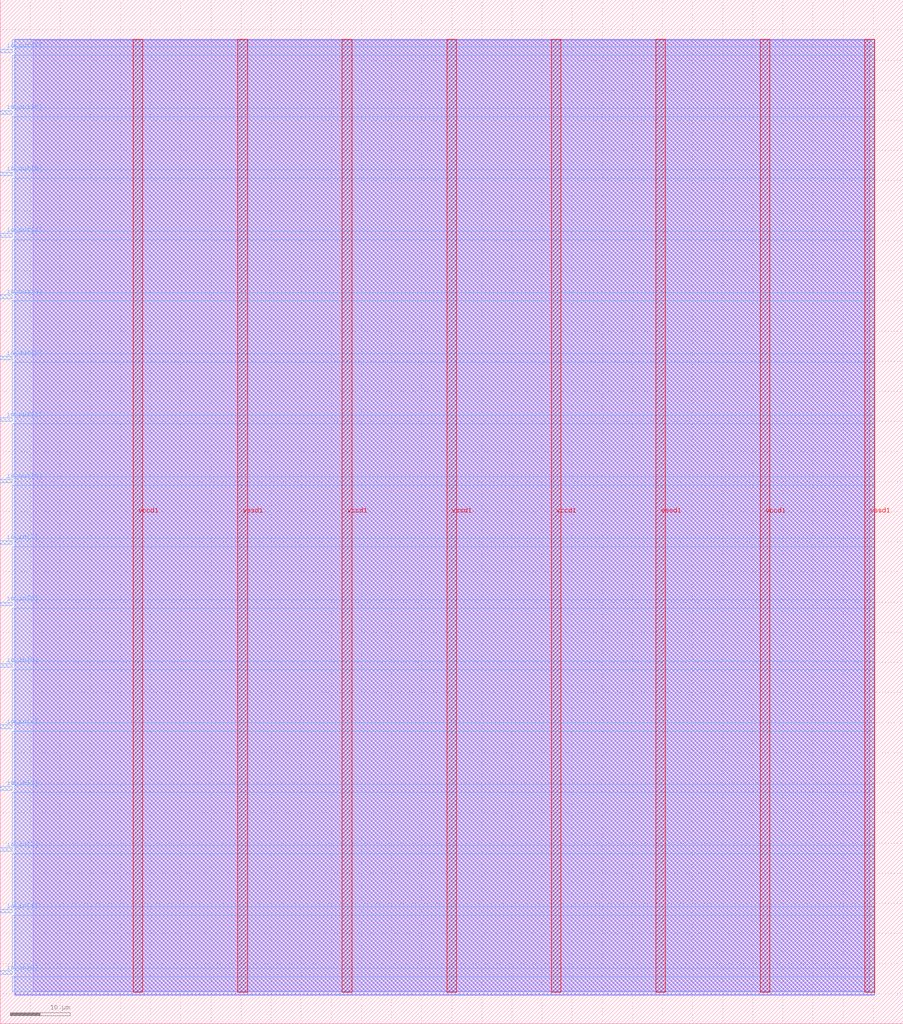
<source format=lef>
VERSION 5.7 ;
  NOWIREEXTENSIONATPIN ON ;
  DIVIDERCHAR "/" ;
  BUSBITCHARS "[]" ;
MACRO user_module_341631511790879314
  CLASS BLOCK ;
  FOREIGN user_module_341631511790879314 ;
  ORIGIN 0.000 0.000 ;
  SIZE 150.000 BY 170.000 ;
  PIN io_in[0]
    DIRECTION INPUT ;
    USE SIGNAL ;
    PORT
      LAYER met3 ;
        RECT 0.000 8.200 2.000 8.800 ;
    END
  END io_in[0]
  PIN io_in[1]
    DIRECTION INPUT ;
    USE SIGNAL ;
    PORT
      LAYER met3 ;
        RECT 0.000 18.400 2.000 19.000 ;
    END
  END io_in[1]
  PIN io_in[2]
    DIRECTION INPUT ;
    USE SIGNAL ;
    PORT
      LAYER met3 ;
        RECT 0.000 28.600 2.000 29.200 ;
    END
  END io_in[2]
  PIN io_in[3]
    DIRECTION INPUT ;
    USE SIGNAL ;
    PORT
      LAYER met3 ;
        RECT 0.000 38.800 2.000 39.400 ;
    END
  END io_in[3]
  PIN io_in[4]
    DIRECTION INPUT ;
    USE SIGNAL ;
    PORT
      LAYER met3 ;
        RECT 0.000 49.000 2.000 49.600 ;
    END
  END io_in[4]
  PIN io_in[5]
    DIRECTION INPUT ;
    USE SIGNAL ;
    PORT
      LAYER met3 ;
        RECT 0.000 59.200 2.000 59.800 ;
    END
  END io_in[5]
  PIN io_in[6]
    DIRECTION INPUT ;
    USE SIGNAL ;
    PORT
      LAYER met3 ;
        RECT 0.000 69.400 2.000 70.000 ;
    END
  END io_in[6]
  PIN io_in[7]
    DIRECTION INPUT ;
    USE SIGNAL ;
    PORT
      LAYER met3 ;
        RECT 0.000 79.600 2.000 80.200 ;
    END
  END io_in[7]
  PIN io_out[0]
    DIRECTION OUTPUT TRISTATE ;
    USE SIGNAL ;
    PORT
      LAYER met3 ;
        RECT 0.000 89.800 2.000 90.400 ;
    END
  END io_out[0]
  PIN io_out[1]
    DIRECTION OUTPUT TRISTATE ;
    USE SIGNAL ;
    PORT
      LAYER met3 ;
        RECT 0.000 100.000 2.000 100.600 ;
    END
  END io_out[1]
  PIN io_out[2]
    DIRECTION OUTPUT TRISTATE ;
    USE SIGNAL ;
    PORT
      LAYER met3 ;
        RECT 0.000 110.200 2.000 110.800 ;
    END
  END io_out[2]
  PIN io_out[3]
    DIRECTION OUTPUT TRISTATE ;
    USE SIGNAL ;
    PORT
      LAYER met3 ;
        RECT 0.000 120.400 2.000 121.000 ;
    END
  END io_out[3]
  PIN io_out[4]
    DIRECTION OUTPUT TRISTATE ;
    USE SIGNAL ;
    PORT
      LAYER met3 ;
        RECT 0.000 130.600 2.000 131.200 ;
    END
  END io_out[4]
  PIN io_out[5]
    DIRECTION OUTPUT TRISTATE ;
    USE SIGNAL ;
    PORT
      LAYER met3 ;
        RECT 0.000 140.800 2.000 141.400 ;
    END
  END io_out[5]
  PIN io_out[6]
    DIRECTION OUTPUT TRISTATE ;
    USE SIGNAL ;
    PORT
      LAYER met3 ;
        RECT 0.000 151.000 2.000 151.600 ;
    END
  END io_out[6]
  PIN io_out[7]
    DIRECTION OUTPUT TRISTATE ;
    USE SIGNAL ;
    PORT
      LAYER met3 ;
        RECT 0.000 161.200 2.000 161.800 ;
    END
  END io_out[7]
  PIN vccd1
    DIRECTION INOUT ;
    USE POWER ;
    PORT
      LAYER met4 ;
        RECT 22.085 5.200 23.685 163.440 ;
    END
    PORT
      LAYER met4 ;
        RECT 56.815 5.200 58.415 163.440 ;
    END
    PORT
      LAYER met4 ;
        RECT 91.545 5.200 93.145 163.440 ;
    END
    PORT
      LAYER met4 ;
        RECT 126.275 5.200 127.875 163.440 ;
    END
  END vccd1
  PIN vssd1
    DIRECTION INOUT ;
    USE GROUND ;
    PORT
      LAYER met4 ;
        RECT 39.450 5.200 41.050 163.440 ;
    END
    PORT
      LAYER met4 ;
        RECT 74.180 5.200 75.780 163.440 ;
    END
    PORT
      LAYER met4 ;
        RECT 108.910 5.200 110.510 163.440 ;
    END
    PORT
      LAYER met4 ;
        RECT 143.640 5.200 145.240 163.440 ;
    END
  END vssd1
  OBS
      LAYER li1 ;
        RECT 5.520 5.355 144.440 163.285 ;
      LAYER met1 ;
        RECT 2.370 4.800 145.240 163.440 ;
      LAYER met2 ;
        RECT 2.390 4.770 145.210 163.385 ;
      LAYER met3 ;
        RECT 2.000 162.200 145.230 163.365 ;
        RECT 2.400 160.800 145.230 162.200 ;
        RECT 2.000 152.000 145.230 160.800 ;
        RECT 2.400 150.600 145.230 152.000 ;
        RECT 2.000 141.800 145.230 150.600 ;
        RECT 2.400 140.400 145.230 141.800 ;
        RECT 2.000 131.600 145.230 140.400 ;
        RECT 2.400 130.200 145.230 131.600 ;
        RECT 2.000 121.400 145.230 130.200 ;
        RECT 2.400 120.000 145.230 121.400 ;
        RECT 2.000 111.200 145.230 120.000 ;
        RECT 2.400 109.800 145.230 111.200 ;
        RECT 2.000 101.000 145.230 109.800 ;
        RECT 2.400 99.600 145.230 101.000 ;
        RECT 2.000 90.800 145.230 99.600 ;
        RECT 2.400 89.400 145.230 90.800 ;
        RECT 2.000 80.600 145.230 89.400 ;
        RECT 2.400 79.200 145.230 80.600 ;
        RECT 2.000 70.400 145.230 79.200 ;
        RECT 2.400 69.000 145.230 70.400 ;
        RECT 2.000 60.200 145.230 69.000 ;
        RECT 2.400 58.800 145.230 60.200 ;
        RECT 2.000 50.000 145.230 58.800 ;
        RECT 2.400 48.600 145.230 50.000 ;
        RECT 2.000 39.800 145.230 48.600 ;
        RECT 2.400 38.400 145.230 39.800 ;
        RECT 2.000 29.600 145.230 38.400 ;
        RECT 2.400 28.200 145.230 29.600 ;
        RECT 2.000 19.400 145.230 28.200 ;
        RECT 2.400 18.000 145.230 19.400 ;
        RECT 2.000 9.200 145.230 18.000 ;
        RECT 2.400 7.800 145.230 9.200 ;
        RECT 2.000 5.275 145.230 7.800 ;
  END
END user_module_341631511790879314
END LIBRARY


</source>
